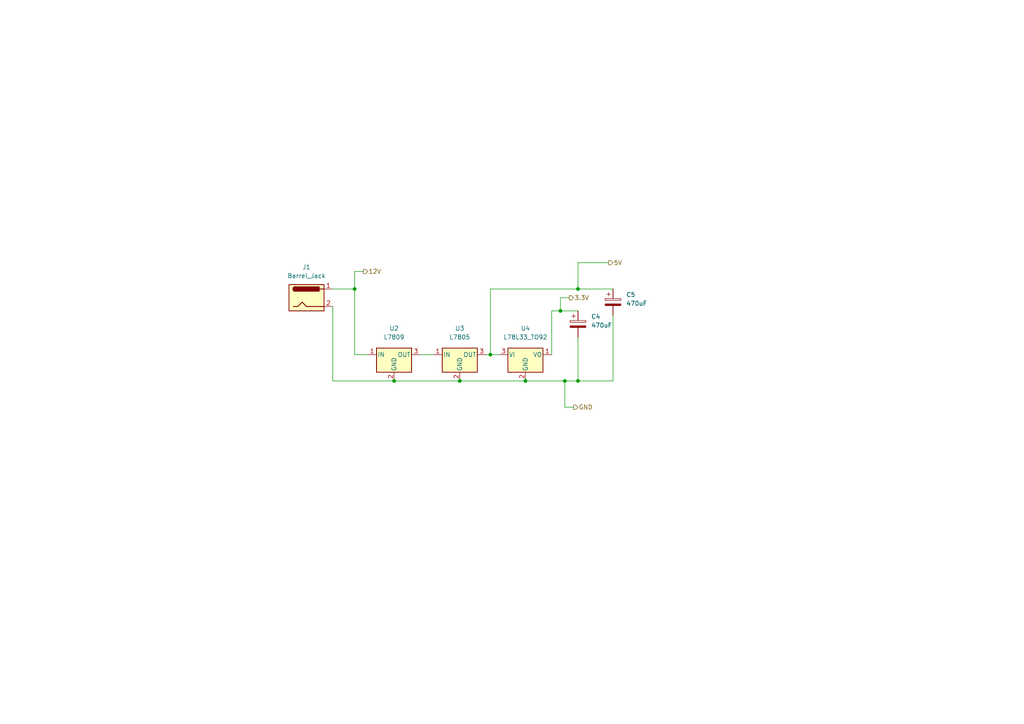
<source format=kicad_sch>
(kicad_sch (version 20211123) (generator eeschema)
  (paper "A4")
  (lib_symbols
    (symbol "Connector:Barrel_Jack" (pin_names (offset 1.016))
      (property "Reference" "J" (at 0 5.334 0))
      (property "Value" "Barrel_Jack" (at 0 -5.08 0))
      (symbol "Barrel_Jack_0_1"
        (rectangle (start -5.08 3.81) (end 5.08 -3.81) (stroke (width 0.254)) (fill (type background)))
        (arc (start -3.302 3.175) (mid -3.937 2.54) (end -3.302 1.905) (stroke (width 0.254)))
        (arc (start -3.302 3.175) (mid -3.937 2.54) (end -3.302 1.905) (stroke (width 0.254)) (fill (type outline)))
        (polyline (pts (xy 5.08 2.54) (xy 3.81 2.54)) (stroke (width 0.254)))
        (polyline (pts (xy -3.81 -2.54) (xy -2.54 -2.54) (xy -1.27 -1.27) (xy 0 -2.54) (xy 2.54 -2.54) (xy 5.08 -2.54)) (stroke (width 0.254)))
        (rectangle (start 3.683 3.175) (end -3.302 1.905) (stroke (width 0.254)) (fill (type outline)))
      )
      (symbol "Barrel_Jack_1_1"
        (pin passive line (at 7.62 2.54 180) (length 2.54) (name "~") (number "1"))
        (pin passive line (at 7.62 -2.54 180) (length 2.54) (name "~") (number "2"))
      )
    )
    (symbol "Device:C_Polarized" (pin_numbers hide) (pin_names (offset 0.254))
      (property "Reference" "C" (at 0.635 2.54 0))
      (property "Value" "C_Polarized" (at 0.635 -2.54 0))
      (symbol "C_Polarized_0_1"
        (rectangle (start -2.286 0.508) (end 2.286 1.016))
        (polyline (pts (xy -1.778 2.286) (xy -0.762 2.286)))
        (polyline (pts (xy -1.27 2.794) (xy -1.27 1.778)))
        (rectangle (start 2.286 -0.508) (end -2.286 -1.016) (fill (type outline)))
      )
      (symbol "C_Polarized_1_1"
        (pin passive line (at 0 3.81 270) (length 2.794) (name "~") (number "1"))
        (pin passive line (at 0 -3.81 90) (length 2.794) (name "~") (number "2"))
      )
    )
    (symbol "Regulator_Linear:L7805" (pin_names (offset 0.254))
      (property "Reference" "U" (at -3.81 3.175 0))
      (property "Value" "L7805" (at 0 3.175 0))
      (symbol "L7805_0_1"
        (rectangle (start -5.08 1.905) (end 5.08 -5.08) (stroke (width 0.254)) (fill (type background)))
      )
      (symbol "L7805_1_1"
        (pin power_in line (at -7.62 0 0) (length 2.54) (name "IN") (number "1"))
        (pin power_in line (at 0 -7.62 90) (length 2.54) (name "GND") (number "2"))
        (pin power_out line (at 7.62 0 180) (length 2.54) (name "OUT") (number "3"))
      )
    )
    (symbol "Regulator_Linear:L7809" (pin_names (offset 0.254))
      (property "Reference" "U" (at -3.81 3.175 0))
      (property "Value" "L7809" (at 0 3.175 0))
      (symbol "L7809_0_1"
        (rectangle (start -5.08 1.905) (end 5.08 -5.08) (stroke (width 0.254)) (fill (type background)))
      )
      (symbol "L7809_1_1"
        (pin power_in line (at -7.62 0 0) (length 2.54) (name "IN") (number "1"))
        (pin power_in line (at 0 -7.62 90) (length 2.54) (name "GND") (number "2"))
        (pin power_out line (at 7.62 0 180) (length 2.54) (name "OUT") (number "3"))
      )
    )
    (symbol "Regulator_Linear:L78L33_TO92" (pin_names (offset 0.254))
      (property "Reference" "U" (at -3.81 3.175 0))
      (property "Value" "L78L33_TO92" (at 0 3.175 0))
      (symbol "L78L33_TO92_0_1"
        (rectangle (start -5.08 -5.08) (end 5.08 1.905) (stroke (width 0.254)) (fill (type background)))
      )
      (symbol "L78L33_TO92_1_1"
        (pin power_out line (at 7.62 0 180) (length 2.54) (name "VO") (number "1"))
        (pin power_in line (at 0 -7.62 90) (length 2.54) (name "GND") (number "2"))
        (pin power_in line (at -7.62 0 0) (length 2.54) (name "VI") (number "3"))
      )
    )
  )
  (junction (at 142.24 102.87))
  (junction (at 167.64 110.49))
  (junction (at 152.4 110.49))
  (junction (at 167.64 83.82))
  (junction (at 133.35 110.49))
  (junction (at 163.83 110.49))
  (junction (at 162.56 90.17))
  (junction (at 102.87 83.82))
  (junction (at 114.3 110.49))
  (wire (pts (xy 142.24 102.87) (xy 144.78 102.87)))
  (wire (pts (xy 176.53 76.2) (xy 167.64 76.2)))
  (wire (pts (xy 163.83 110.49) (xy 152.4 110.49)))
  (wire (pts (xy 96.52 110.49) (xy 96.52 88.9)))
  (wire (pts (xy 165.1 86.36) (xy 162.56 86.36)))
  (wire (pts (xy 177.8 110.49) (xy 167.64 110.49)))
  (wire (pts (xy 96.52 83.82) (xy 102.87 83.82)))
  (wire (pts (xy 114.3 110.49) (xy 96.52 110.49)))
  (wire (pts (xy 167.64 97.79) (xy 167.64 110.49)))
  (wire (pts (xy 102.87 102.87) (xy 106.68 102.87)))
  (wire (pts (xy 167.64 110.49) (xy 163.83 110.49)))
  (wire (pts (xy 162.56 86.36) (xy 162.56 90.17)))
  (wire (pts (xy 160.02 102.87) (xy 160.02 90.17)))
  (wire (pts (xy 160.02 90.17) (xy 162.56 90.17)))
  (wire (pts (xy 142.24 102.87) (xy 142.24 83.82)))
  (wire (pts (xy 102.87 83.82) (xy 102.87 102.87)))
  (wire (pts (xy 121.92 102.87) (xy 125.73 102.87)))
  (wire (pts (xy 163.83 118.11) (xy 163.83 110.49)))
  (wire (pts (xy 102.87 78.74) (xy 105.41 78.74)))
  (wire (pts (xy 142.24 83.82) (xy 167.64 83.82)))
  (wire (pts (xy 167.64 76.2) (xy 167.64 83.82)))
  (wire (pts (xy 177.8 91.44) (xy 177.8 110.49)))
  (wire (pts (xy 166.37 118.11) (xy 163.83 118.11)))
  (wire (pts (xy 140.97 102.87) (xy 142.24 102.87)))
  (wire (pts (xy 102.87 78.74) (xy 102.87 83.82)))
  (wire (pts (xy 162.56 90.17) (xy 167.64 90.17)))
  (wire (pts (xy 114.3 110.49) (xy 133.35 110.49)))
  (wire (pts (xy 133.35 110.49) (xy 152.4 110.49)))
  (wire (pts (xy 167.64 83.82) (xy 177.8 83.82)))
  (hierarchical_label "GND" (shape output) (at 166.37 118.11 0))
  (hierarchical_label "5V" (shape output) (at 176.53 76.2 0))
  (hierarchical_label "3.3V" (shape output) (at 165.1 86.36 0))
  (hierarchical_label "12V" (shape output) (at 105.41 78.74 0))
  (symbol (lib_id "Regulator_Linear:L7809") (at 114.3 102.87 0) (unit 1)
    (property "Reference" "U2" (at 114.3 95.25 0))
    (property "Value" "L7809" (at 114.3 97.79 0))
    (property "Footprint" "Package_TO_SOT_THT:TO-220-3_Vertical" (effects hide))
    (property "Datasheet" "http://www.st.com/content/ccc/resource/technical/document/datasheet/41/4f/b3/b0/12/d4/47/88/CD00000444.pdf/files/CD00000444.pdf/jcr:content/translations/en.CD00000444.pdf" (effects hide))
  )
  (symbol (lib_id "Regulator_Linear:L78L33_TO92") (at 152.4 102.87 0) (unit 1)
    (property "Reference" "U4" (at 152.4 95.25 0))
    (property "Value" "L78L33_TO92" (at 152.4 97.79 0))
    (property "Footprint" "Package_TO_SOT_THT:TO-92_Inline" (effects hide))
    (property "Datasheet" "http://www.st.com/content/ccc/resource/technical/document/datasheet/15/55/e5/aa/23/5b/43/fd/CD00000446.pdf/files/CD00000446.pdf/jcr:content/translations/en.CD00000446.pdf" (effects hide))
  )
  (symbol (lib_id "Device:C_Polarized") (at 167.64 93.98 0) (unit 1)
    (property "Reference" "C4" (at 171.45 91.8209 0) (effects (justify left)))
    (property "Value" "470uF" (at 171.45 94.3609 0) (effects (justify left)))
    (property "Footprint" "Capacitor_THT:CP_Radial_D16.0mm_P7.50mm" (effects hide))
  )
  (symbol (lib_id "Connector:Barrel_Jack") (at 88.9 86.36 0) (unit 1)
    (property "Reference" "J1" (at 88.9 77.47 0))
    (property "Value" "Barrel_Jack" (at 88.9 80.01 0))
    (property "Footprint" "Connector_BarrelJack:BarrelJack_Horizontal" (effects hide))
  )
  (symbol (lib_id "Regulator_Linear:L7805") (at 133.35 102.87 0) (unit 1)
    (property "Reference" "U3" (at 133.35 95.25 0))
    (property "Value" "L7805" (at 133.35 97.79 0))
    (property "Footprint" "Package_TO_SOT_THT:TO-220-3_Vertical" (effects hide))
    (property "Datasheet" "http://www.st.com/content/ccc/resource/technical/document/datasheet/41/4f/b3/b0/12/d4/47/88/CD00000444.pdf/files/CD00000444.pdf/jcr:content/translations/en.CD00000444.pdf" (effects hide))
  )
  (symbol (lib_id "Device:C_Polarized") (at 177.8 87.63 0) (unit 1)
    (property "Reference" "C5" (at 181.61 85.4709 0) (effects (justify left)))
    (property "Value" "470uF" (at 181.61 88.0109 0) (effects (justify left)))
    (property "Footprint" "Capacitor_THT:CP_Radial_D16.0mm_P7.50mm" (effects hide))
  )
)
</source>
